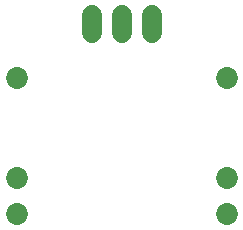
<source format=gts>
G04 EAGLE Gerber RS-274X export*
G75*
%MOMM*%
%FSLAX34Y34*%
%LPD*%
%INSoldermask Top*%
%IPPOS*%
%AMOC8*
5,1,8,0,0,1.08239X$1,22.5*%
G01*
%ADD10C,1.727200*%
%ADD11C,1.853200*%


D10*
X165100Y191770D02*
X165100Y176530D01*
X139700Y176530D02*
X139700Y191770D01*
X114300Y191770D02*
X114300Y176530D01*
D11*
X50800Y138900D03*
X50800Y53900D03*
X50800Y23900D03*
X228600Y138900D03*
X228600Y53900D03*
X228600Y23900D03*
M02*

</source>
